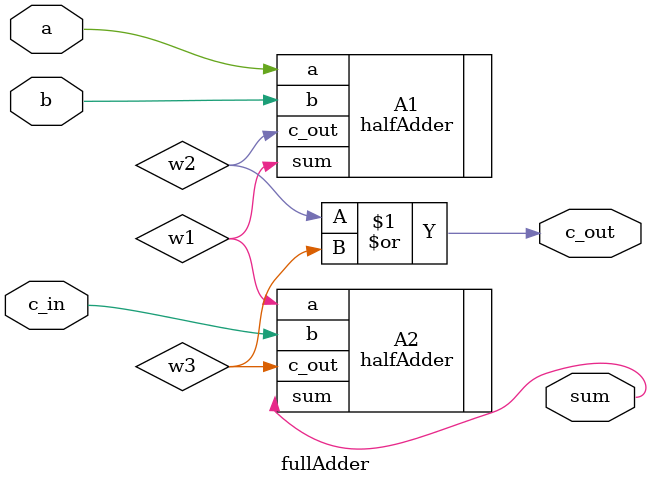
<source format=v>
`timescale 1ns / 1ps


module fullAdder(
    output sum,
    output c_out,
    input a,
    input b,
    input c_in
    );
    
    wire w1, w2, w3;
    
    halfAdder A1 (.sum(w1), .c_out(w2), .a(a), .b(b));   
    halfAdder A2 (.sum(sum), .c_out(w3), .a(w1), .b(c_in));   
    or A3(c_out,w2,w3);
    
endmodule

</source>
